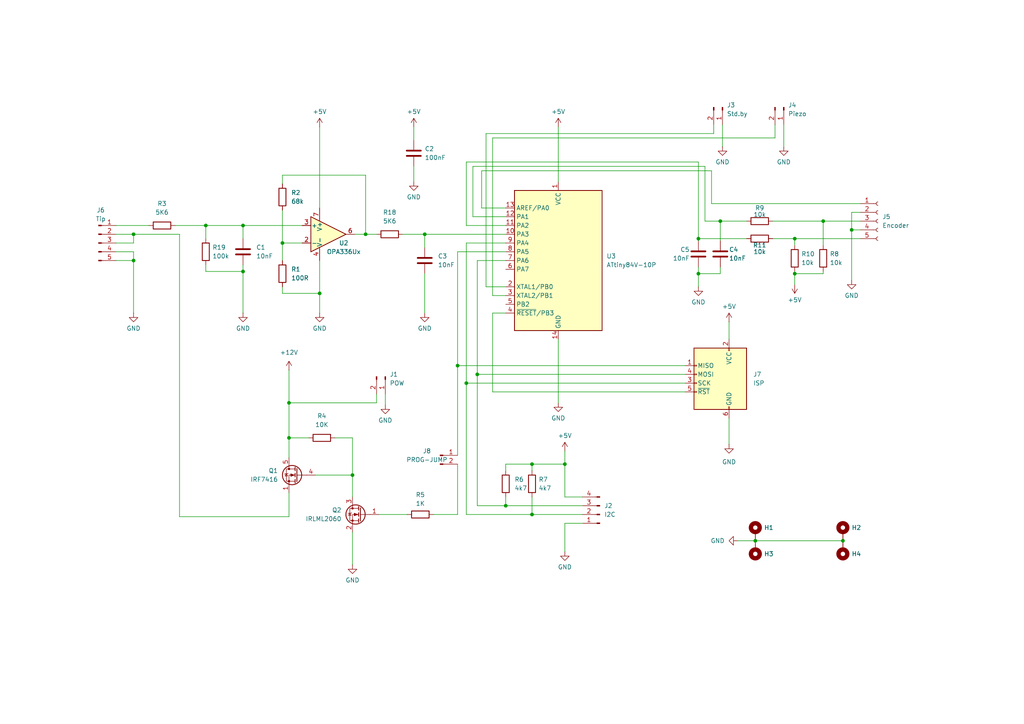
<source format=kicad_sch>
(kicad_sch (version 20231120) (generator "eeschema") (generator_version "8.0")
  (paper "A4")
  (lib_symbols
    (symbol "Amplifier_Operational:OPA336Ux" (pin_names (offset 0.127))
      (property "Reference" "U" (at 0 6.35 0))
      (property "Value" "OPA336Ux" (at 0 3.81 0))
      (symbol "OPA336Ux_0_1"
        (polyline (pts (xy -5.08 5.08) (xy 5.08 0) (xy -5.08 -5.08) (xy -5.08 5.08)) (stroke (width 0.254)) (fill (type background)))
      )
      (symbol "OPA336Ux_1_1"
        (pin no_connect line (at -2.54 2.54 270) (length 2.54) hide (name "NC") (number "1"))
        (pin input line (at -7.62 -2.54 0) (length 2.54) (name "-") (number "2"))
        (pin input line (at -7.62 2.54 0) (length 2.54) (name "+") (number "3"))
        (pin power_in line (at -2.54 -7.62 90) (length 3.81) (name "V-") (number "4"))
        (pin no_connect line (at 0 2.54 270) (length 2.54) hide (name "NC") (number "5"))
        (pin output line (at 7.62 0 180) (length 2.54) (name "~") (number "6"))
        (pin power_in line (at -2.54 7.62 270) (length 3.81) (name "V+") (number "7"))
        (pin no_connect line (at 0 -2.54 90) (length 2.54) hide (name "NC") (number "8"))
      )
    )
    (symbol "Connector:AVR-ISP-6" (pin_names (offset 1.016))
      (property "Reference" "J" (at -6.35 11.43 0))
      (property "Value" "AVR-ISP-6" (at 0 11.43 0))
      (symbol "AVR-ISP-6_0_1"
        (rectangle (start -2.667 -6.858) (end -2.413 -7.62))
        (rectangle (start -2.667 10.16) (end -2.413 9.398))
        (rectangle (start 7.62 -2.413) (end 6.858 -2.667))
        (rectangle (start 7.62 0.127) (end 6.858 -0.127))
        (rectangle (start 7.62 2.667) (end 6.858 2.413))
        (rectangle (start 7.62 5.207) (end 6.858 4.953))
        (rectangle (start 7.62 10.16) (end -7.62 -7.62) (stroke (width 0.254)) (fill (type background)))
      )
      (symbol "AVR-ISP-6_1_1"
        (pin passive line (at 10.16 5.08 180) (length 2.54) (name "MISO") (number "1"))
        (pin passive line (at -2.54 12.7 270) (length 2.54) (name "VCC") (number "2"))
        (pin passive line (at 10.16 0 180) (length 2.54) (name "SCK") (number "3"))
        (pin passive line (at 10.16 2.54 180) (length 2.54) (name "MOSI") (number "4"))
        (pin passive line (at 10.16 -2.54 180) (length 2.54) (name "~{RST}") (number "5"))
        (pin passive line (at -2.54 -10.16 90) (length 2.54) (name "GND") (number "6"))
      )
    )
    (symbol "Connector:Conn_01x02_Pin" (pin_names (offset 1.016) hide)
      (property "Reference" "J" (at 0 2.54 0))
      (property "Value" "Conn_01x02_Pin" (at 0 -5.08 0))
      (symbol "Conn_01x02_Pin_1_1"
        (polyline (pts (xy 1.27 -2.54) (xy 0.8636 -2.54)) (stroke (width 0.1524)))
        (polyline (pts (xy 1.27 0) (xy 0.8636 0)) (stroke (width 0.1524)))
        (rectangle (start 0.8636 -2.413) (end 0 -2.667) (stroke (width 0.1524)) (fill (type outline)))
        (rectangle (start 0.8636 0.127) (end 0 -0.127) (stroke (width 0.1524)) (fill (type outline)))
        (pin passive line (at 5.08 0 180) (length 3.81) (name "Pin_1") (number "1"))
        (pin passive line (at 5.08 -2.54 180) (length 3.81) (name "Pin_2") (number "2"))
      )
    )
    (symbol "Connector:Conn_01x04_Pin" (pin_names (offset 1.016) hide)
      (property "Reference" "J" (at 0 5.08 0))
      (property "Value" "Conn_01x04_Pin" (at 0 -7.62 0))
      (symbol "Conn_01x04_Pin_1_1"
        (polyline (pts (xy 1.27 -5.08) (xy 0.8636 -5.08)) (stroke (width 0.1524)))
        (polyline (pts (xy 1.27 -2.54) (xy 0.8636 -2.54)) (stroke (width 0.1524)))
        (polyline (pts (xy 1.27 0) (xy 0.8636 0)) (stroke (width 0.1524)))
        (polyline (pts (xy 1.27 2.54) (xy 0.8636 2.54)) (stroke (width 0.1524)))
        (rectangle (start 0.8636 -4.953) (end 0 -5.207) (stroke (width 0.1524)) (fill (type outline)))
        (rectangle (start 0.8636 -2.413) (end 0 -2.667) (stroke (width 0.1524)) (fill (type outline)))
        (rectangle (start 0.8636 0.127) (end 0 -0.127) (stroke (width 0.1524)) (fill (type outline)))
        (rectangle (start 0.8636 2.667) (end 0 2.413) (stroke (width 0.1524)) (fill (type outline)))
        (pin passive line (at 5.08 2.54 180) (length 3.81) (name "Pin_1") (number "1"))
        (pin passive line (at 5.08 0 180) (length 3.81) (name "Pin_2") (number "2"))
        (pin passive line (at 5.08 -2.54 180) (length 3.81) (name "Pin_3") (number "3"))
        (pin passive line (at 5.08 -5.08 180) (length 3.81) (name "Pin_4") (number "4"))
      )
    )
    (symbol "Connector:Conn_01x05_Pin" (pin_names (offset 1.016) hide)
      (property "Reference" "J" (at 0 7.62 0))
      (property "Value" "Conn_01x05_Pin" (at 0 -7.62 0))
      (symbol "Conn_01x05_Pin_1_1"
        (polyline (pts (xy 1.27 -5.08) (xy 0.8636 -5.08)) (stroke (width 0.1524)))
        (polyline (pts (xy 1.27 -2.54) (xy 0.8636 -2.54)) (stroke (width 0.1524)))
        (polyline (pts (xy 1.27 0) (xy 0.8636 0)) (stroke (width 0.1524)))
        (polyline (pts (xy 1.27 2.54) (xy 0.8636 2.54)) (stroke (width 0.1524)))
        (polyline (pts (xy 1.27 5.08) (xy 0.8636 5.08)) (stroke (width 0.1524)))
        (rectangle (start 0.8636 -4.953) (end 0 -5.207) (stroke (width 0.1524)) (fill (type outline)))
        (rectangle (start 0.8636 -2.413) (end 0 -2.667) (stroke (width 0.1524)) (fill (type outline)))
        (rectangle (start 0.8636 0.127) (end 0 -0.127) (stroke (width 0.1524)) (fill (type outline)))
        (rectangle (start 0.8636 2.667) (end 0 2.413) (stroke (width 0.1524)) (fill (type outline)))
        (rectangle (start 0.8636 5.207) (end 0 4.953) (stroke (width 0.1524)) (fill (type outline)))
        (pin passive line (at 5.08 5.08 180) (length 3.81) (name "Pin_1") (number "1"))
        (pin passive line (at 5.08 2.54 180) (length 3.81) (name "Pin_2") (number "2"))
        (pin passive line (at 5.08 0 180) (length 3.81) (name "Pin_3") (number "3"))
        (pin passive line (at 5.08 -2.54 180) (length 3.81) (name "Pin_4") (number "4"))
        (pin passive line (at 5.08 -5.08 180) (length 3.81) (name "Pin_5") (number "5"))
      )
    )
    (symbol "Connector:Conn_01x05_Socket" (pin_names (offset 1.016) hide)
      (property "Reference" "J" (at 0 7.62 0))
      (property "Value" "Conn_01x05_Socket" (at 0 -7.62 0))
      (symbol "Conn_01x05_Socket_1_1"
        (arc (start 0 -4.572) (mid -0.5058 -5.08) (end 0 -5.588) (stroke (width 0.1524)))
        (arc (start 0 -2.032) (mid -0.5058 -2.54) (end 0 -3.048) (stroke (width 0.1524)))
        (polyline (pts (xy -1.27 -5.08) (xy -0.508 -5.08)) (stroke (width 0.1524)))
        (polyline (pts (xy -1.27 -2.54) (xy -0.508 -2.54)) (stroke (width 0.1524)))
        (polyline (pts (xy -1.27 0) (xy -0.508 0)) (stroke (width 0.1524)))
        (polyline (pts (xy -1.27 2.54) (xy -0.508 2.54)) (stroke (width 0.1524)))
        (polyline (pts (xy -1.27 5.08) (xy -0.508 5.08)) (stroke (width 0.1524)))
        (arc (start 0 0.508) (mid -0.5058 0) (end 0 -0.508) (stroke (width 0.1524)))
        (arc (start 0 3.048) (mid -0.5058 2.54) (end 0 2.032) (stroke (width 0.1524)))
        (arc (start 0 5.588) (mid -0.5058 5.08) (end 0 4.572) (stroke (width 0.1524)))
        (pin passive line (at -5.08 5.08 0) (length 3.81) (name "Pin_1") (number "1"))
        (pin passive line (at -5.08 2.54 0) (length 3.81) (name "Pin_2") (number "2"))
        (pin passive line (at -5.08 0 0) (length 3.81) (name "Pin_3") (number "3"))
        (pin passive line (at -5.08 -2.54 0) (length 3.81) (name "Pin_4") (number "4"))
        (pin passive line (at -5.08 -5.08 0) (length 3.81) (name "Pin_5") (number "5"))
      )
    )
    (symbol "Device:C" (pin_numbers hide) (pin_names (offset 0.254))
      (property "Reference" "C" (at 0.635 2.54 0))
      (property "Value" "C" (at 0.635 -2.54 0))
      (symbol "C_0_1"
        (polyline (pts (xy -2.032 -0.762) (xy 2.032 -0.762)) (stroke (width 0.508)))
        (polyline (pts (xy -2.032 0.762) (xy 2.032 0.762)) (stroke (width 0.508)))
      )
      (symbol "C_1_1"
        (pin passive line (at 0 3.81 270) (length 2.794) (name "~") (number "1"))
        (pin passive line (at 0 -3.81 90) (length 2.794) (name "~") (number "2"))
      )
    )
    (symbol "Device:R" (pin_numbers hide) (pin_names (offset 0))
      (property "Reference" "R" (at 2.032 0 90))
      (property "Value" "R" (at 0 0 90))
      (symbol "R_0_1"
        (rectangle (start -1.016 -2.54) (end 1.016 2.54) (stroke (width 0.254)))
      )
      (symbol "R_1_1"
        (pin passive line (at 0 3.81 270) (length 1.27) (name "~") (number "1"))
        (pin passive line (at 0 -3.81 90) (length 1.27) (name "~") (number "2"))
      )
    )
    (symbol "MCU_Microchip_ATtiny:ATtiny84V-10P"
      (property "Reference" "U" (at -12.7 21.59 0))
      (property "Value" "ATtiny84V-10P" (at 2.54 -21.59 0))
      (symbol "ATtiny84V-10P_0_1"
        (rectangle (start -12.7 -20.32) (end 12.7 20.32) (stroke (width 0.254)) (fill (type background)))
      )
      (symbol "ATtiny84V-10P_1_1"
        (pin power_in line (at 0 22.86 270) (length 2.54) (name "VCC") (number "1"))
        (pin bidirectional line (at 15.24 7.62 180) (length 2.54) (name "PA3") (number "10"))
        (pin bidirectional line (at 15.24 10.16 180) (length 2.54) (name "PA2") (number "11"))
        (pin bidirectional line (at 15.24 12.7 180) (length 2.54) (name "PA1") (number "12"))
        (pin bidirectional line (at 15.24 15.24 180) (length 2.54) (name "AREF/PA0") (number "13"))
        (pin power_in line (at 0 -22.86 90) (length 2.54) (name "GND") (number "14"))
        (pin bidirectional line (at 15.24 -7.62 180) (length 2.54) (name "XTAL1/PB0") (number "2"))
        (pin bidirectional line (at 15.24 -10.16 180) (length 2.54) (name "XTAL2/PB1") (number "3"))
        (pin bidirectional line (at 15.24 -15.24 180) (length 2.54) (name "~{RESET}/PB3") (number "4"))
        (pin bidirectional line (at 15.24 -12.7 180) (length 2.54) (name "PB2") (number "5"))
        (pin bidirectional line (at 15.24 -2.54 180) (length 2.54) (name "PA7") (number "6"))
        (pin bidirectional line (at 15.24 0 180) (length 2.54) (name "PA6") (number "7"))
        (pin bidirectional line (at 15.24 2.54 180) (length 2.54) (name "PA5") (number "8"))
        (pin bidirectional line (at 15.24 5.08 180) (length 2.54) (name "PA4") (number "9"))
      )
    )
    (symbol "Mechanical:MountingHole_Pad" (pin_numbers hide) (pin_names (offset 1.016) hide) (exclude_from_sim yes) (in_bom no)
      (property "Reference" "H" (at 0 6.35 0))
      (property "Value" "MountingHole_Pad" (at 0 4.445 0))
      (symbol "MountingHole_Pad_0_1"
        (circle (center 0 1.27) (radius 1.27) (stroke (width 1.27)))
      )
      (symbol "MountingHole_Pad_1_1"
        (pin input line (at 0 -2.54 90) (length 2.54) (name "1") (number "1"))
      )
    )
    (symbol "Transistor_FET:IRF7403" (pin_names hide)
      (property "Reference" "Q" (at 5.08 1.905 0))
      (property "Value" "IRF7403" (at 5.08 0 0))
      (symbol "IRF7403_0_1"
        (polyline (pts (xy 0.254 0) (xy -2.54 0)))
        (polyline (pts (xy 0.254 1.905) (xy 0.254 -1.905)) (stroke (width 0.254)))
        (polyline (pts (xy 0.762 -1.27) (xy 0.762 -2.286)) (stroke (width 0.254)))
        (polyline (pts (xy 0.762 0.508) (xy 0.762 -0.508)) (stroke (width 0.254)))
        (polyline (pts (xy 0.762 2.286) (xy 0.762 1.27)) (stroke (width 0.254)))
        (polyline (pts (xy 2.54 2.54) (xy 2.54 1.778)))
        (polyline (pts (xy 2.54 -2.54) (xy 2.54 0) (xy 0.762 0)))
        (polyline (pts (xy 0.762 -1.778) (xy 3.302 -1.778) (xy 3.302 1.778) (xy 0.762 1.778)))
        (polyline (pts (xy 1.016 0) (xy 2.032 0.381) (xy 2.032 -0.381) (xy 1.016 0)) (fill (type outline)))
        (polyline (pts (xy 2.794 0.508) (xy 2.921 0.381) (xy 3.683 0.381) (xy 3.81 0.254)))
        (polyline (pts (xy 3.302 0.381) (xy 2.921 -0.254) (xy 3.683 -0.254) (xy 3.302 0.381)))
        (circle (center 1.651 0) (radius 2.794) (stroke (width 0.254)))
        (circle (center 2.54 -1.778) (radius 0.254) (fill (type outline)))
        (circle (center 2.54 1.778) (radius 0.254) (fill (type outline)))
      )
      (symbol "IRF7403_1_1"
        (pin passive line (at 2.54 -5.08 90) (length 2.54) (name "S") (number "1"))
        (pin passive line (at 2.54 -5.08 90) (length 2.54) hide (name "S") (number "2"))
        (pin passive line (at 2.54 -5.08 90) (length 2.54) hide (name "S") (number "3"))
        (pin input line (at -5.08 0 0) (length 2.54) (name "G") (number "4"))
        (pin passive line (at 2.54 5.08 270) (length 2.54) (name "D") (number "5"))
        (pin passive line (at 2.54 5.08 270) (length 2.54) hide (name "D") (number "6"))
        (pin passive line (at 2.54 5.08 270) (length 2.54) hide (name "D") (number "7"))
        (pin passive line (at 2.54 5.08 270) (length 2.54) hide (name "D") (number "8"))
      )
    )
    (symbol "Transistor_FET:IRLML2060" (pin_names hide)
      (property "Reference" "Q" (at 5.08 1.905 0))
      (property "Value" "IRLML2060" (at 5.08 0 0))
      (symbol "IRLML2060_0_1"
        (polyline (pts (xy 0.254 0) (xy -2.54 0)))
        (polyline (pts (xy 0.254 1.905) (xy 0.254 -1.905)) (stroke (width 0.254)))
        (polyline (pts (xy 0.762 -1.27) (xy 0.762 -2.286)) (stroke (width 0.254)))
        (polyline (pts (xy 0.762 0.508) (xy 0.762 -0.508)) (stroke (width 0.254)))
        (polyline (pts (xy 0.762 2.286) (xy 0.762 1.27)) (stroke (width 0.254)))
        (polyline (pts (xy 2.54 2.54) (xy 2.54 1.778)))
        (polyline (pts (xy 2.54 -2.54) (xy 2.54 0) (xy 0.762 0)))
        (polyline (pts (xy 0.762 -1.778) (xy 3.302 -1.778) (xy 3.302 1.778) (xy 0.762 1.778)))
        (polyline (pts (xy 1.016 0) (xy 2.032 0.381) (xy 2.032 -0.381) (xy 1.016 0)) (fill (type outline)))
        (polyline (pts (xy 2.794 0.508) (xy 2.921 0.381) (xy 3.683 0.381) (xy 3.81 0.254)))
        (polyline (pts (xy 3.302 0.381) (xy 2.921 -0.254) (xy 3.683 -0.254) (xy 3.302 0.381)))
        (circle (center 1.651 0) (radius 2.794) (stroke (width 0.254)))
        (circle (center 2.54 -1.778) (radius 0.254) (fill (type outline)))
        (circle (center 2.54 1.778) (radius 0.254) (fill (type outline)))
      )
      (symbol "IRLML2060_1_1"
        (pin input line (at -5.08 0 0) (length 2.54) (name "G") (number "1"))
        (pin passive line (at 2.54 -5.08 90) (length 2.54) (name "S") (number "2"))
        (pin passive line (at 2.54 5.08 270) (length 2.54) (name "D") (number "3"))
      )
    )
    (symbol "power:+12V" (power) (pin_numbers hide) (pin_names (offset 0) hide)
      (property "Value" "+12V" (at 0 3.556 0))
      (symbol "+12V_0_1"
        (polyline (pts (xy -0.762 1.27) (xy 0 2.54)))
        (polyline (pts (xy 0 0) (xy 0 2.54)))
        (polyline (pts (xy 0 2.54) (xy 0.762 1.27)))
      )
      (symbol "+12V_1_1"
        (pin power_in line (at 0 0 90) (length 0) (name "~") (number "1"))
      )
    )
    (symbol "power:+5V" (power) (pin_numbers hide) (pin_names (offset 0) hide)
      (property "Value" "+5V" (at 0 3.556 0))
      (symbol "+5V_0_1"
        (polyline (pts (xy -0.762 1.27) (xy 0 2.54)))
        (polyline (pts (xy 0 0) (xy 0 2.54)))
        (polyline (pts (xy 0 2.54) (xy 0.762 1.27)))
      )
      (symbol "+5V_1_1"
        (pin power_in line (at 0 0 90) (length 0) (name "~") (number "1"))
      )
    )
    (symbol "power:GND" (power) (pin_numbers hide) (pin_names (offset 0) hide)
      (property "Value" "GND" (at 0 -3.81 0))
      (symbol "GND_0_1"
        (polyline (pts (xy 0 0) (xy 0 -1.27) (xy 1.27 -1.27) (xy 0 -2.54) (xy -1.27 -1.27) (xy 0 -1.27)))
      )
      (symbol "GND_1_1"
        (pin power_in line (at 0 0 270) (length 0) (name "~") (number "1"))
      )
    )
  )
  (junction (at 83.82 116.84))
  (junction (at 154.305 134.62))
  (junction (at 102.235 137.795))
  (junction (at 154.305 149.225))
  (junction (at 81.915 70.485))
  (junction (at 230.505 79.375))
  (junction (at 83.82 127))
  (junction (at 123.19 67.945))
  (junction (at 38.735 75.565))
  (junction (at 202.565 79.375))
  (junction (at 132.715 106.045))
  (junction (at 244.475 156.845))
  (junction (at 219.075 156.845))
  (junction (at 146.685 146.685))
  (junction (at 135.255 111.125))
  (junction (at 247.015 66.675))
  (junction (at 202.565 69.215))
  (junction (at 38.735 67.945))
  (junction (at 106.045 67.945))
  (junction (at 70.485 65.405))
  (junction (at 92.71 85.09))
  (junction (at 138.43 108.585))
  (junction (at 238.76 64.135))
  (junction (at 230.505 69.215))
  (junction (at 70.485 78.74))
  (junction (at 59.69 65.405))
  (junction (at 163.83 134.62))
  (junction (at 208.915 64.135))
  (wire (pts (xy 138.43 108.585) (xy 198.755 108.585)))
  (wire (pts (xy 230.505 69.215) (xy 224.155 69.215)))
  (wire (pts (xy 208.915 79.375) (xy 202.565 79.375)))
  (wire (pts (xy 89.535 127) (xy 83.82 127)))
  (wire (pts (xy 216.535 69.215) (xy 202.565 69.215)))
  (wire (pts (xy 106.045 67.945) (xy 109.22 67.945)))
  (wire (pts (xy 109.22 114.3) (xy 109.22 116.84)))
  (wire (pts (xy 38.735 75.565) (xy 38.735 90.805)))
  (wire (pts (xy 219.075 156.845) (xy 244.475 156.845)))
  (wire (pts (xy 163.83 151.765) (xy 163.83 160.02)))
  (wire (pts (xy 59.69 76.835) (xy 59.69 78.74)))
  (wire (pts (xy 208.915 77.47) (xy 208.915 79.375)))
  (wire (pts (xy 142.875 90.805) (xy 142.875 113.665)))
  (wire (pts (xy 120.015 48.26) (xy 120.015 52.705)))
  (wire (pts (xy 123.19 67.945) (xy 123.19 71.755)))
  (wire (pts (xy 135.255 70.485) (xy 146.685 70.485)))
  (wire (pts (xy 211.455 121.285) (xy 211.455 128.905)))
  (wire (pts (xy 247.015 66.675) (xy 247.015 81.28)))
  (wire (pts (xy 208.915 69.85) (xy 208.915 64.135)))
  (wire (pts (xy 52.07 149.86) (xy 83.82 149.86)))
  (wire (pts (xy 146.685 134.62) (xy 154.305 134.62)))
  (wire (pts (xy 109.22 116.84) (xy 83.82 116.84)))
  (wire (pts (xy 154.305 149.225) (xy 168.91 149.225)))
  (wire (pts (xy 154.305 134.62) (xy 163.83 134.62)))
  (wire (pts (xy 38.735 67.945) (xy 52.07 67.945)))
  (wire (pts (xy 146.685 144.145) (xy 146.685 146.685)))
  (wire (pts (xy 135.255 149.225) (xy 154.305 149.225)))
  (wire (pts (xy 146.685 146.685) (xy 168.91 146.685)))
  (wire (pts (xy 132.715 106.045) (xy 132.715 132.08)))
  (wire (pts (xy 33.655 67.945) (xy 38.735 67.945)))
  (wire (pts (xy 163.83 134.62) (xy 163.83 144.145)))
  (wire (pts (xy 83.82 116.84) (xy 83.82 127)))
  (wire (pts (xy 132.715 73.025) (xy 132.715 106.045)))
  (wire (pts (xy 83.82 127) (xy 83.82 132.715)))
  (wire (pts (xy 111.76 114.3) (xy 111.76 117.475)))
  (wire (pts (xy 204.47 64.135) (xy 208.915 64.135)))
  (wire (pts (xy 120.015 36.83) (xy 120.015 40.64)))
  (wire (pts (xy 230.505 79.375) (xy 238.76 79.375)))
  (wire (pts (xy 81.915 50.8) (xy 106.045 50.8)))
  (wire (pts (xy 33.655 70.485) (xy 38.735 70.485)))
  (wire (pts (xy 163.83 151.765) (xy 168.91 151.765)))
  (wire (pts (xy 238.76 64.135) (xy 249.555 64.135)))
  (wire (pts (xy 206.375 49.53) (xy 206.375 59.055)))
  (wire (pts (xy 247.015 61.595) (xy 247.015 66.675)))
  (wire (pts (xy 38.735 73.025) (xy 38.735 75.565)))
  (wire (pts (xy 146.685 83.185) (xy 140.97 83.185)))
  (wire (pts (xy 142.875 113.665) (xy 198.755 113.665)))
  (wire (pts (xy 83.82 149.86) (xy 83.82 142.875)))
  (wire (pts (xy 70.485 65.405) (xy 87.63 65.405)))
  (wire (pts (xy 139.7 60.325) (xy 139.7 49.53)))
  (wire (pts (xy 38.735 70.485) (xy 38.735 67.945)))
  (wire (pts (xy 92.71 75.565) (xy 92.71 85.09)))
  (wire (pts (xy 209.55 36.195) (xy 209.55 42.545)))
  (wire (pts (xy 102.235 137.795) (xy 102.235 144.145)))
  (wire (pts (xy 135.255 65.405) (xy 135.255 46.99)))
  (wire (pts (xy 211.455 93.345) (xy 211.455 98.425)))
  (wire (pts (xy 146.685 136.525) (xy 146.685 134.62)))
  (wire (pts (xy 207.01 38.735) (xy 207.01 36.195)))
  (wire (pts (xy 83.82 107.315) (xy 83.82 116.84)))
  (wire (pts (xy 102.235 137.795) (xy 102.235 127)))
  (wire (pts (xy 224.155 64.135) (xy 238.76 64.135)))
  (wire (pts (xy 33.655 65.405) (xy 43.18 65.405)))
  (wire (pts (xy 132.715 134.62) (xy 132.715 149.225)))
  (wire (pts (xy 208.915 64.135) (xy 216.535 64.135)))
  (wire (pts (xy 138.43 146.685) (xy 146.685 146.685)))
  (wire (pts (xy 142.875 40.005) (xy 224.79 40.005)))
  (wire (pts (xy 137.16 48.26) (xy 204.47 48.26)))
  (wire (pts (xy 135.255 111.125) (xy 198.755 111.125)))
  (wire (pts (xy 52.07 67.945) (xy 52.07 149.86)))
  (wire (pts (xy 247.015 61.595) (xy 249.555 61.595)))
  (wire (pts (xy 224.79 40.005) (xy 224.79 36.195)))
  (wire (pts (xy 161.925 98.425) (xy 161.925 116.84)))
  (wire (pts (xy 146.685 62.865) (xy 137.16 62.865)))
  (wire (pts (xy 92.71 85.09) (xy 92.71 90.805)))
  (wire (pts (xy 204.47 48.26) (xy 204.47 64.135)))
  (wire (pts (xy 137.16 62.865) (xy 137.16 48.26)))
  (wire (pts (xy 230.505 69.215) (xy 249.555 69.215)))
  (wire (pts (xy 230.505 79.375) (xy 230.505 82.55)))
  (wire (pts (xy 163.83 130.81) (xy 163.83 134.62)))
  (wire (pts (xy 102.235 154.305) (xy 102.235 163.83)))
  (wire (pts (xy 154.305 144.145) (xy 154.305 149.225)))
  (wire (pts (xy 146.685 60.325) (xy 139.7 60.325)))
  (wire (pts (xy 106.045 50.8) (xy 106.045 67.945)))
  (wire (pts (xy 238.76 64.135) (xy 238.76 71.12)))
  (wire (pts (xy 91.44 137.795) (xy 102.235 137.795)))
  (wire (pts (xy 138.43 75.565) (xy 146.685 75.565)))
  (wire (pts (xy 123.19 67.945) (xy 146.685 67.945)))
  (wire (pts (xy 102.87 67.945) (xy 106.045 67.945)))
  (wire (pts (xy 59.69 78.74) (xy 70.485 78.74)))
  (wire (pts (xy 202.565 79.375) (xy 202.565 83.185)))
  (wire (pts (xy 202.565 69.215) (xy 202.565 46.99)))
  (wire (pts (xy 59.69 65.405) (xy 70.485 65.405)))
  (wire (pts (xy 33.655 73.025) (xy 38.735 73.025)))
  (wire (pts (xy 202.565 69.215) (xy 202.565 69.85)))
  (wire (pts (xy 154.305 134.62) (xy 154.305 136.525)))
  (wire (pts (xy 109.855 149.225) (xy 118.11 149.225)))
  (wire (pts (xy 168.91 144.145) (xy 163.83 144.145)))
  (wire (pts (xy 59.69 65.405) (xy 59.69 69.215)))
  (wire (pts (xy 146.685 85.725) (xy 142.875 85.725)))
  (wire (pts (xy 140.97 83.185) (xy 140.97 38.735)))
  (wire (pts (xy 81.915 70.485) (xy 87.63 70.485)))
  (wire (pts (xy 146.685 65.405) (xy 135.255 65.405)))
  (wire (pts (xy 230.505 69.215) (xy 230.505 71.12)))
  (wire (pts (xy 81.915 70.485) (xy 81.915 75.565)))
  (wire (pts (xy 132.715 73.025) (xy 146.685 73.025)))
  (wire (pts (xy 202.565 77.47) (xy 202.565 79.375)))
  (wire (pts (xy 81.915 85.09) (xy 92.71 85.09)))
  (wire (pts (xy 140.97 38.735) (xy 207.01 38.735)))
  (wire (pts (xy 161.925 36.83) (xy 161.925 52.705)))
  (wire (pts (xy 227.33 36.195) (xy 227.33 42.545)))
  (wire (pts (xy 70.485 78.74) (xy 70.485 90.805)))
  (wire (pts (xy 70.485 65.405) (xy 70.485 69.215)))
  (wire (pts (xy 50.8 65.405) (xy 59.69 65.405)))
  (wire (pts (xy 135.255 70.485) (xy 135.255 111.125)))
  (wire (pts (xy 102.235 127) (xy 97.155 127)))
  (wire (pts (xy 138.43 75.565) (xy 138.43 108.585)))
  (wire (pts (xy 70.485 76.835) (xy 70.485 78.74)))
  (wire (pts (xy 116.84 67.945) (xy 123.19 67.945)))
  (wire (pts (xy 230.505 78.74) (xy 230.505 79.375)))
  (wire (pts (xy 33.655 75.565) (xy 38.735 75.565)))
  (wire (pts (xy 81.915 60.96) (xy 81.915 70.485)))
  (wire (pts (xy 92.71 36.83) (xy 92.71 60.325)))
  (wire (pts (xy 198.755 106.045) (xy 132.715 106.045)))
  (wire (pts (xy 135.255 46.99) (xy 202.565 46.99)))
  (wire (pts (xy 125.73 149.225) (xy 132.715 149.225)))
  (wire (pts (xy 213.995 156.845) (xy 219.075 156.845)))
  (wire (pts (xy 123.19 79.375) (xy 123.19 90.805)))
  (wire (pts (xy 81.915 83.185) (xy 81.915 85.09)))
  (wire (pts (xy 81.915 53.34) (xy 81.915 50.8)))
  (wire (pts (xy 138.43 108.585) (xy 138.43 146.685)))
  (wire (pts (xy 206.375 59.055) (xy 249.555 59.055)))
  (wire (pts (xy 135.255 111.125) (xy 135.255 149.225)))
  (wire (pts (xy 146.685 90.805) (xy 142.875 90.805)))
  (wire (pts (xy 142.875 40.005) (xy 142.875 85.725)))
  (wire (pts (xy 238.76 79.375) (xy 238.76 78.74)))
  (wire (pts (xy 247.015 66.675) (xy 249.555 66.675)))
  (wire (pts (xy 139.7 49.53) (xy 206.375 49.53)))
  (text_box "Pin Port  Nr.     Type    Verbinden mit\n1                 Vcc     +5V\n2   PB0    10    DIN10   STANDBY\n5   PB1    8              PIEZO\n13  PA0    0     DIN0    ROTARY_A\n12  PA1    1     DIN1    ROTARY_B\n11  PA2    2     DIN2    ROTARY_PUSH\n10  PA3    A3    ADC3    TEMP_SENSOR\n7   PA6    4     SDA     I2C/SDA\n8   PA5    5     OC1B    HEAT\n9   PA4    6     SCL     I2C/SCL\n14                GND     Ground" (at 305.435 10.16 0) (size 104.775 60.325) (effects (font (size 3 3)) (justify left top)))
  (symbol (lib_id "Device:R") (at 230.505 74.93 180) (unit 1)
    (property "Reference" "R10" (at 232.41 73.6599 0) (effects (justify right)))
    (property "Value" "10k" (at 232.41 76.1999 0) (effects (justify right)))
    (property "Footprint" "Resistor_SMD:R_0805_2012Metric_Pad1.20x1.40mm_HandSolder" (effects (hide yes)))
    (property "Description" "Resistor" (effects (hide yes)))
  )
  (symbol (lib_id "Device:R") (at 154.305 140.335 180) (unit 1)
    (property "Reference" "R7" (at 156.21 139.0649 0) (effects (justify right)))
    (property "Value" "4k7" (at 156.21 141.6049 0) (effects (justify right)))
    (property "Footprint" "Resistor_SMD:R_0805_2012Metric_Pad1.20x1.40mm_HandSolder" (effects (hide yes)))
    (property "Description" "Resistor" (effects (hide yes)))
  )
  (symbol (lib_id "power:GND") (at 161.925 116.84 0) (unit 1)
    (property "Reference" "#PWR010" (effects (hide yes)))
    (property "Value" "GND" (at 161.925 121.285 0))
    (property "Description" "Power symbol creates a global label with name \"GND\" , ground" (effects (hide yes)))
  )
  (symbol (lib_id "power:GND") (at 209.55 42.545 0) (unit 1)
    (property "Reference" "#PWR016" (effects (hide yes)))
    (property "Value" "GND" (at 209.55 46.99 0))
    (property "Description" "Power symbol creates a global label with name \"GND\" , ground" (effects (hide yes)))
  )
  (symbol (lib_id "Mechanical:MountingHole_Pad") (at 244.475 154.305 0) (unit 1) (exclude_from_sim yes) (in_bom no)
    (property "Reference" "H2" (at 247.015 153.035 0) (effects (justify left)))
    (property "Value" "MountingHole_Pad" (effects (hide yes)))
    (property "Footprint" "MountingHole:MountingHole_2.5mm_Pad" (effects (hide yes)))
    (property "Description" "Mounting Hole with connection" (effects (hide yes)))
  )
  (symbol (lib_id "power:GND") (at 92.71 90.805 0) (unit 1)
    (property "Reference" "#PWR03" (effects (hide yes)))
    (property "Value" "GND" (at 92.71 95.25 0))
    (property "Description" "Power symbol creates a global label with name \"GND\" , ground" (effects (hide yes)))
  )
  (symbol (lib_id "Connector:AVR-ISP-6") (at 208.915 111.125 0) (mirror y) (unit 1)
    (property "Reference" "J7" (at 218.44 108.5849 0) (effects (justify right)))
    (property "Value" "ISP" (at 218.44 111.1249 0) (effects (justify right)))
    (property "Footprint" "Connector_PinHeader_2.54mm:PinHeader_2x03_P2.54mm_Vertical" (effects (hide yes)))
    (property "Description" "Atmel 6-pin ISP connector" (effects (hide yes)))
  )
  (symbol (lib_id "power:GND") (at 211.455 128.905 0) (unit 1)
    (property "Reference" "#PWR07" (effects (hide yes)))
    (property "Value" "GND" (at 211.455 133.985 0))
    (property "Description" "Power symbol creates a global label with name \"GND\" , ground" (effects (hide yes)))
  )
  (symbol (lib_id "power:+12V") (at 83.82 107.315 0) (unit 1)
    (property "Reference" "#PWR09" (effects (hide yes)))
    (property "Value" "+12V" (at 83.82 102.235 0))
    (property "Description" "Power symbol creates a global label with name \"+12V\"" (effects (hide yes)))
  )
  (symbol (lib_id "power:+5V") (at 92.71 36.83 0) (unit 1)
    (property "Reference" "#PWR04" (effects (hide yes)))
    (property "Value" "+5V" (at 92.71 32.385 0))
    (property "Description" "Power symbol creates a global label with name \"+5V\"" (effects (hide yes)))
  )
  (symbol (lib_id "Connector:Conn_01x02_Pin") (at 227.33 31.115 270) (unit 1)
    (property "Reference" "J4" (at 228.6 30.4799 90) (effects (justify left)))
    (property "Value" "Piezo" (at 228.6 33.0199 90) (effects (justify left)))
    (property "Footprint" "Connector_PinHeader_2.00mm:PinHeader_1x02_P2.00mm_Vertical" (effects (hide yes)))
    (property "Description" "Generic connector, single row, 01x02, script generated" (effects (hide yes)))
  )
  (symbol (lib_id "Device:C") (at 70.485 73.025 0) (unit 1)
    (property "Reference" "C1" (at 74.295 71.7549 0) (effects (justify left)))
    (property "Value" "10nF" (at 74.295 74.2949 0) (effects (justify left)))
    (property "Footprint" "Capacitor_SMD:C_0805_2012Metric_Pad1.18x1.45mm_HandSolder" (effects (hide yes)))
    (property "Description" "Unpolarized capacitor" (effects (hide yes)))
  )
  (symbol (lib_id "Device:C") (at 202.565 73.66 0) (mirror x) (unit 1)
    (property "Reference" "C5" (at 200.025 72.39 0) (effects (justify right)))
    (property "Value" "10nF" (at 200.025 74.93 0) (effects (justify right)))
    (property "Footprint" "Capacitor_SMD:C_0805_2012Metric_Pad1.18x1.45mm_HandSolder" (effects (hide yes)))
    (property "Description" "Unpolarized capacitor" (effects (hide yes)))
  )
  (symbol (lib_id "Device:R") (at 113.03 67.945 90) (unit 1)
    (property "Reference" "R18" (at 113.03 61.595 90))
    (property "Value" "5K6" (at 113.03 64.135 90))
    (property "Footprint" "Resistor_SMD:R_0805_2012Metric_Pad1.20x1.40mm_HandSolder" (effects (hide yes)))
    (property "Description" "Resistor" (effects (hide yes)))
  )
  (symbol (lib_id "power:GND") (at 227.33 42.545 0) (unit 1)
    (property "Reference" "#PWR017" (effects (hide yes)))
    (property "Value" "GND" (at 227.33 46.99 0))
    (property "Description" "Power symbol creates a global label with name \"GND\" , ground" (effects (hide yes)))
  )
  (symbol (lib_id "power:GND") (at 213.995 156.845 270) (unit 1)
    (property "Reference" "#PWR020" (effects (hide yes)))
    (property "Value" "GND" (at 210.185 156.8449 90) (effects (justify right)))
    (property "Description" "Power symbol creates a global label with name \"GND\" , ground" (effects (hide yes)))
  )
  (symbol (lib_id "Connector:Conn_01x05_Socket") (at 254.635 64.135 0) (unit 1)
    (property "Reference" "J5" (at 255.905 62.8649 0) (effects (justify left)))
    (property "Value" "Encoder" (at 255.905 65.4049 0) (effects (justify left)))
    (property "Footprint" "Connector_PinSocket_2.54mm:PinSocket_1x06_P2.54mm_Vertical" (effects (hide yes)))
    (property "Description" "Generic connector, single row, 01x05, script generated" (effects (hide yes)))
  )
  (symbol (lib_id "power:+5V") (at 120.015 36.83 0) (unit 1)
    (property "Reference" "#PWR014" (effects (hide yes)))
    (property "Value" "+5V" (at 120.015 32.385 0))
    (property "Description" "Power symbol creates a global label with name \"+5V\"" (effects (hide yes)))
  )
  (symbol (lib_id "Device:C") (at 120.015 44.45 0) (unit 1)
    (property "Reference" "C2" (at 123.19 43.1799 0) (effects (justify left)))
    (property "Value" "100nF" (at 123.19 45.7199 0) (effects (justify left)))
    (property "Footprint" "Capacitor_SMD:C_0805_2012Metric_Pad1.18x1.45mm_HandSolder" (effects (hide yes)))
    (property "Description" "Unpolarized capacitor" (effects (hide yes)))
  )
  (symbol (lib_id "Mechanical:MountingHole_Pad") (at 219.075 154.305 0) (unit 1) (exclude_from_sim yes) (in_bom no)
    (property "Reference" "H1" (at 221.615 153.035 0) (effects (justify left)))
    (property "Value" "MountingHole_Pad" (effects (hide yes)))
    (property "Footprint" "MountingHole:MountingHole_2.5mm_Pad" (effects (hide yes)))
    (property "Description" "Mounting Hole with connection" (effects (hide yes)))
  )
  (symbol (lib_id "Device:R") (at 220.345 64.135 270) (unit 1)
    (property "Reference" "R9" (at 220.345 60.325 90))
    (property "Value" "10k" (at 220.345 62.23 90))
    (property "Footprint" "Resistor_SMD:R_0805_2012Metric_Pad1.20x1.40mm_HandSolder" (effects (hide yes)))
    (property "Description" "Resistor" (effects (hide yes)))
  )
  (symbol (lib_id "MCU_Microchip_ATtiny:ATtiny84V-10P") (at 161.925 75.565 0) (mirror y) (unit 1)
    (property "Reference" "U3" (at 175.895 74.2949 0) (effects (justify right)))
    (property "Value" "ATtiny84V-10P" (at 175.895 76.8349 0) (effects (justify right)))
    (property "Footprint" "Package_DIP:DIP-14_W7.62mm_LongPads" (effects (hide yes)))
    (property "Datasheet" "http://ww1.microchip.com/downloads/en/DeviceDoc/doc8006.pdf" (effects (hide yes)))
    (property "Description" "10MHz, 8kB Flash, 512B SRAM, 512B EEPROM, debugWIRE, DIP-14" (effects (hide yes)))
  )
  (symbol (lib_id "power:GND") (at 70.485 90.805 0) (unit 1)
    (property "Reference" "#PWR06" (effects (hide yes)))
    (property "Value" "GND" (at 70.485 95.25 0))
    (property "Description" "Power symbol creates a global label with name \"GND\" , ground" (effects (hide yes)))
  )
  (symbol (lib_id "Device:R") (at 46.99 65.405 90) (unit 1)
    (property "Reference" "R3" (at 46.99 59.055 90))
    (property "Value" "5K6" (at 46.99 61.595 90))
    (property "Footprint" "Resistor_SMD:R_0805_2012Metric_Pad1.20x1.40mm_HandSolder" (effects (hide yes)))
    (property "Description" "Resistor" (effects (hide yes)))
  )
  (symbol (lib_id "Device:R") (at 220.345 69.215 270) (unit 1)
    (property "Reference" "R11" (at 220.345 71.12 90))
    (property "Value" "10k" (at 220.345 73.025 90))
    (property "Footprint" "Resistor_SMD:R_0805_2012Metric_Pad1.20x1.40mm_HandSolder" (effects (hide yes)))
    (property "Description" "Resistor" (effects (hide yes)))
  )
  (symbol (lib_id "Device:R") (at 146.685 140.335 180) (unit 1)
    (property "Reference" "R6" (at 149.225 139.0649 0) (effects (justify right)))
    (property "Value" "4k7" (at 149.225 141.6049 0) (effects (justify right)))
    (property "Footprint" "Resistor_SMD:R_0805_2012Metric_Pad1.20x1.40mm_HandSolder" (effects (hide yes)))
    (property "Description" "Resistor" (effects (hide yes)))
  )
  (symbol (lib_id "Device:R") (at 121.92 149.225 90) (unit 1)
    (property "Reference" "R5" (at 121.92 143.51 90))
    (property "Value" "1K" (at 121.92 146.05 90))
    (property "Footprint" "Resistor_SMD:R_0805_2012Metric_Pad1.20x1.40mm_HandSolder" (effects (hide yes)))
    (property "Description" "Resistor" (effects (hide yes)))
  )
  (symbol (lib_id "power:GND") (at 123.19 90.805 0) (unit 1)
    (property "Reference" "#PWR05" (effects (hide yes)))
    (property "Value" "GND" (at 123.19 95.25 0))
    (property "Description" "Power symbol creates a global label with name \"GND\" , ground" (effects (hide yes)))
  )
  (symbol (lib_id "power:GND") (at 38.735 90.805 0) (unit 1)
    (property "Reference" "#PWR018" (effects (hide yes)))
    (property "Value" "GND" (at 38.735 95.25 0))
    (property "Description" "Power symbol creates a global label with name \"GND\" , ground" (effects (hide yes)))
  )
  (symbol (lib_id "Mechanical:MountingHole_Pad") (at 219.075 159.385 180) (unit 1) (exclude_from_sim yes) (in_bom no)
    (property "Reference" "H3" (at 221.615 160.655 0) (effects (justify right)))
    (property "Value" "MountingHole_Pad" (effects (hide yes)))
    (property "Footprint" "MountingHole:MountingHole_2.5mm_Pad" (effects (hide yes)))
    (property "Description" "Mounting Hole with connection" (effects (hide yes)))
  )
  (symbol (lib_id "Device:R") (at 93.345 127 90) (unit 1)
    (property "Reference" "R4" (at 93.345 120.65 90))
    (property "Value" "10K" (at 93.345 123.19 90))
    (property "Footprint" "Resistor_SMD:R_0805_2012Metric_Pad1.20x1.40mm_HandSolder" (effects (hide yes)))
    (property "Description" "Resistor" (effects (hide yes)))
  )
  (symbol (lib_id "Connector:Conn_01x05_Pin") (at 28.575 70.485 0) (unit 1)
    (property "Reference" "J6" (at 29.21 60.96 0))
    (property "Value" "Tip" (at 29.21 63.5 0))
    (property "Footprint" "Connector_JST:JST_XH_B5B-XH-A_1x05_P2.50mm_Vertical" (effects (hide yes)))
    (property "Description" "Generic connector, single row, 01x05, script generated" (effects (hide yes)))
  )
  (symbol (lib_id "power:GND") (at 111.76 117.475 0) (unit 1)
    (property "Reference" "#PWR013" (effects (hide yes)))
    (property "Value" "GND" (at 111.76 121.92 0))
    (property "Description" "Power symbol creates a global label with name \"GND\" , ground" (effects (hide yes)))
  )
  (symbol (lib_id "power:GND") (at 120.015 52.705 0) (unit 1)
    (property "Reference" "#PWR015" (effects (hide yes)))
    (property "Value" "GND" (at 120.015 57.15 0))
    (property "Description" "Power symbol creates a global label with name \"GND\" , ground" (effects (hide yes)))
  )
  (symbol (lib_id "Transistor_FET:IRLML2060") (at 104.775 149.225 0) (mirror y) (unit 1)
    (property "Reference" "Q2" (at 99.06 147.9549 0) (effects (justify left)))
    (property "Value" "IRLML2060" (at 99.06 150.4949 0) (effects (justify left)))
    (property "Footprint" "Package_TO_SOT_SMD:SOT-23" (effects (hide yes)))
    (property "Datasheet" "https://www.infineon.com/dgdl/irlml2060pbf.pdf?fileId=5546d462533600a401535664b7fb25ee" (effects (hide yes)))
    (property "Description" "1.2A Id, 60V Vds, 480mOhm Rds, N-Channel HEXFET Power MOSFET, SOT-23" (effects (hide yes)))
  )
  (symbol (lib_id "Transistor_FET:IRF7403") (at 86.36 137.795 0) (mirror y) (unit 1)
    (property "Reference" "Q1" (at 80.645 136.5249 0) (effects (justify left)))
    (property "Value" "IRF7416" (at 80.645 139.0649 0) (effects (justify left)))
    (property "Footprint" "Package_SO:SOIC-8_3.9x4.9mm_P1.27mm" (effects (hide yes)))
    (property "Datasheet" "https://www.infineon.com/dgdl/irf7403pbf.pdf?fileId=5546d462533600a4015355fa23541b9c" (effects (hide yes)))
    (property "Description" "9.7A Id, 30V Vds, N-Channel HEXFET Power MOSFET, SO-8" (effects (hide yes)))
  )
  (symbol (lib_id "Device:R") (at 59.69 73.025 180) (unit 1)
    (property "Reference" "R19" (at 61.595 71.7549 0) (effects (justify right)))
    (property "Value" "100k" (at 61.595 74.2949 0) (effects (justify right)))
    (property "Footprint" "Resistor_SMD:R_0805_2012Metric_Pad1.20x1.40mm_HandSolder" (effects (hide yes)))
    (property "Description" "Resistor" (effects (hide yes)))
  )
  (symbol (lib_id "power:GND") (at 102.235 163.83 0) (unit 1)
    (property "Reference" "#PWR08" (effects (hide yes)))
    (property "Value" "GND" (at 102.235 168.275 0))
    (property "Description" "Power symbol creates a global label with name \"GND\" , ground" (effects (hide yes)))
  )
  (symbol (lib_id "Connector:Conn_01x04_Pin") (at 173.99 149.225 180) (unit 1)
    (property "Reference" "J2" (at 175.26 146.6849 0) (effects (justify right)))
    (property "Value" "I2C" (at 175.26 149.2249 0) (effects (justify right)))
    (property "Footprint" "Connector_PinHeader_2.54mm:PinHeader_1x04_P2.54mm_Vertical" (effects (hide yes)))
    (property "Description" "Generic connector, single row, 01x04, script generated" (effects (hide yes)))
  )
  (symbol (lib_id "power:GND") (at 247.015 81.28 0) (unit 1)
    (property "Reference" "#PWR02" (effects (hide yes)))
    (property "Value" "GND" (at 247.015 85.725 0))
    (property "Description" "Power symbol creates a global label with name \"GND\" , ground" (effects (hide yes)))
  )
  (symbol (lib_id "Amplifier_Operational:OPA336Ux") (at 95.25 67.945 0) (unit 1)
    (property "Reference" "U2" (at 99.695 70.485 0))
    (property "Value" "OPA336Ux" (at 99.695 73.025 0))
    (property "Footprint" "Package_SO:SO-8_3.9x4.9mm_P1.27mm" (effects (hide yes)))
    (property "Datasheet" "https://www.ti.com/lit/ds/symlink/opa2336.pdf" (effects (hide yes)))
    (property "Description" "100 KHz, microPower CMOS, Op Amps, SO-8" (effects (hide yes)))
  )
  (symbol (lib_id "power:GND") (at 163.83 160.02 0) (unit 1)
    (property "Reference" "#PWR011" (effects (hide yes)))
    (property "Value" "GND" (at 163.83 164.465 0))
    (property "Description" "Power symbol creates a global label with name \"GND\" , ground" (effects (hide yes)))
  )
  (symbol (lib_id "power:+5V") (at 230.505 82.55 180) (unit 1)
    (property "Reference" "#PWR021" (effects (hide yes)))
    (property "Value" "+5V" (at 230.505 86.995 0))
    (property "Description" "Power symbol creates a global label with name \"+5V\"" (effects (hide yes)))
  )
  (symbol (lib_id "power:+5V") (at 161.925 36.83 0) (unit 1)
    (property "Reference" "#PWR01" (effects (hide yes)))
    (property "Value" "+5V" (at 161.925 32.385 0))
    (property "Description" "Power symbol creates a global label with name \"+5V\"" (effects (hide yes)))
  )
  (symbol (lib_id "Device:R") (at 81.915 79.375 180) (unit 1)
    (property "Reference" "R1" (at 84.455 78.1049 0) (effects (justify right)))
    (property "Value" "100R" (at 84.455 80.6449 0) (effects (justify right)))
    (property "Footprint" "Resistor_SMD:R_0805_2012Metric_Pad1.20x1.40mm_HandSolder" (effects (hide yes)))
    (property "Description" "Resistor" (effects (hide yes)))
  )
  (symbol (lib_id "power:+5V") (at 163.83 130.81 0) (unit 1)
    (property "Reference" "#PWR012" (effects (hide yes)))
    (property "Value" "+5V" (at 163.83 126.365 0))
    (property "Description" "Power symbol creates a global label with name \"+5V\"" (effects (hide yes)))
  )
  (symbol (lib_id "Connector:Conn_01x02_Pin") (at 209.55 31.115 270) (unit 1)
    (property "Reference" "J3" (at 210.82 30.4799 90) (effects (justify left)))
    (property "Value" "Std.by" (at 210.82 33.0199 90) (effects (justify left)))
    (property "Footprint" "Connector_PinHeader_2.00mm:PinHeader_1x02_P2.00mm_Vertical" (effects (hide yes)))
    (property "Description" "Generic connector, single row, 01x02, script generated" (effects (hide yes)))
  )
  (symbol (lib_id "power:GND") (at 202.565 83.185 0) (unit 1)
    (property "Reference" "#PWR022" (effects (hide yes)))
    (property "Value" "GND" (at 202.565 87.63 0))
    (property "Description" "Power symbol creates a global label with name \"GND\" , ground" (effects (hide yes)))
  )
  (symbol (lib_id "Device:C") (at 208.915 73.66 0) (unit 1)
    (property "Reference" "C4" (at 211.455 72.39 0) (effects (justify left)))
    (property "Value" "10nF" (at 211.455 74.93 0) (effects (justify left)))
    (property "Footprint" "Capacitor_SMD:C_0805_2012Metric_Pad1.18x1.45mm_HandSolder" (effects (hide yes)))
    (property "Description" "Unpolarized capacitor" (effects (hide yes)))
  )
  (symbol (lib_id "Mechanical:MountingHole_Pad") (at 244.475 159.385 180) (unit 1) (exclude_from_sim yes) (in_bom no)
    (property "Reference" "H4" (at 247.015 160.655 0) (effects (justify right)))
    (property "Value" "MountingHole_Pad" (effects (hide yes)))
    (property "Footprint" "MountingHole:MountingHole_2.5mm_Pad" (effects (hide yes)))
    (property "Description" "Mounting Hole with connection" (effects (hide yes)))
  )
  (symbol (lib_id "Device:R") (at 81.915 57.15 180) (unit 1)
    (property "Reference" "R2" (at 84.455 55.8799 0) (effects (justify right)))
    (property "Value" "68k" (at 84.455 58.4199 0) (effects (justify right)))
    (property "Footprint" "Resistor_SMD:R_0805_2012Metric_Pad1.20x1.40mm_HandSolder" (effects (hide yes)))
    (property "Description" "Resistor" (effects (hide yes)))
  )
  (symbol (lib_id "Connector:Conn_01x02_Pin") (at 111.76 109.22 270) (unit 1)
    (property "Reference" "J1" (at 113.03 108.5849 90) (effects (justify left)))
    (property "Value" "POW" (at 113.03 111.1249 90) (effects (justify left)))
    (property "Footprint" "Connector_JST:JST_XH_B2B-XH-A_1x02_P2.50mm_Vertical" (effects (hide yes)))
    (property "Description" "Generic connector, single row, 01x02, script generated" (effects (hide yes)))
  )
  (symbol (lib_id "power:+5V") (at 211.455 93.345 0) (unit 1)
    (property "Reference" "#PWR019" (effects (hide yes)))
    (property "Value" "+5V" (at 211.455 88.9 0))
    (property "Description" "Power symbol creates a global label with name \"+5V\"" (effects (hide yes)))
  )
  (symbol (lib_id "Connector:Conn_01x02_Pin") (at 127.635 132.08 0) (unit 1)
    (property "Reference" "J8" (at 123.825 130.81 0))
    (property "Value" "PROG-JUMP" (at 123.825 133.35 0))
    (property "Footprint" "Connector_PinHeader_2.54mm:PinHeader_1x02_P2.54mm_Vertical" (effects (hide yes)))
    (property "Description" "Generic connector, single row, 01x02, script generated" (effects (hide yes)))
  )
  (symbol (lib_id "Device:R") (at 238.76 74.93 0) (unit 1)
    (property "Reference" "R8" (at 240.665 73.6599 0) (effects (justify left)))
    (property "Value" "10k" (at 240.665 76.1999 0) (effects (justify left)))
    (property "Footprint" "Resistor_SMD:R_0805_2012Metric_Pad1.20x1.40mm_HandSolder" (effects (hide yes)))
    (property "Description" "Resistor" (effects (hide yes)))
  )
  (symbol (lib_id "Device:C") (at 123.19 75.565 0) (unit 1)
    (property "Reference" "C3" (at 127 74.2949 0) (effects (justify left)))
    (property "Value" "10nF" (at 127 76.8349 0) (effects (justify left)))
    (property "Footprint" "Capacitor_SMD:C_0805_2012Metric_Pad1.18x1.45mm_HandSolder" (effects (hide yes)))
    (property "Description" "Unpolarized capacitor" (effects (hide yes)))
  )
)
</source>
